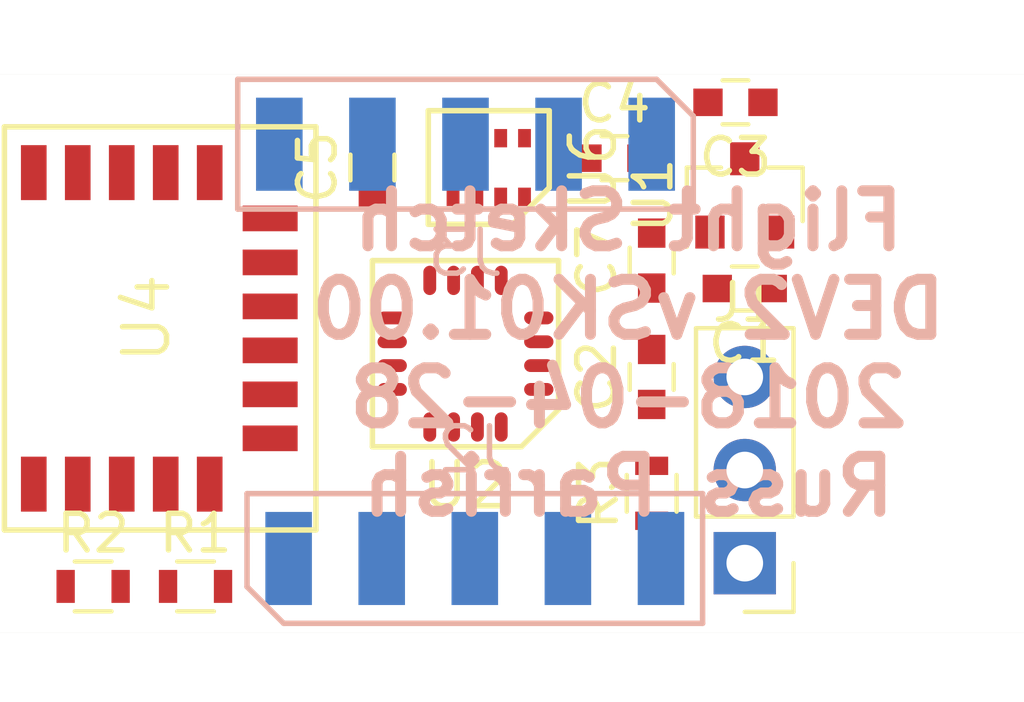
<source format=kicad_pcb>
(kicad_pcb (version 4) (host pcbnew 4.0.7)

  (general
    (links 42)
    (no_connects 42)
    (area 63.498729 48.258729 91.441271 63.501271)
    (thickness 1.6)
    (drawings 5)
    (tracks 0)
    (zones 0)
    (modules 16)
    (nets 17)
  )

  (page A4)
  (layers
    (0 F.Cu signal)
    (31 B.Cu signal)
    (32 B.Adhes user)
    (33 F.Adhes user)
    (34 B.Paste user)
    (35 F.Paste user)
    (36 B.SilkS user)
    (37 F.SilkS user)
    (38 B.Mask user)
    (39 F.Mask user)
    (40 Dwgs.User user)
    (41 Cmts.User user)
    (42 Eco1.User user)
    (43 Eco2.User user)
    (44 Edge.Cuts user)
    (45 Margin user)
    (46 B.CrtYd user)
    (47 F.CrtYd user)
    (48 B.Fab user)
    (49 F.Fab user)
  )

  (setup
    (last_trace_width 0.25)
    (user_trace_width 0.762)
    (user_trace_width 1.27)
    (trace_clearance 0.2)
    (zone_clearance 0.508)
    (zone_45_only yes)
    (trace_min 0.2)
    (segment_width 0.2)
    (edge_width 0.15)
    (via_size 0.6)
    (via_drill 0.4)
    (via_min_size 0.4)
    (via_min_drill 0.3)
    (uvia_size 0.3)
    (uvia_drill 0.1)
    (uvias_allowed no)
    (uvia_min_size 0.2)
    (uvia_min_drill 0.1)
    (pcb_text_width 0.3)
    (pcb_text_size 1.5 1.5)
    (mod_edge_width 0.15)
    (mod_text_size 1 1)
    (mod_text_width 0.15)
    (pad_size 5 5)
    (pad_drill 2.5)
    (pad_to_mask_clearance 0.2)
    (aux_axis_origin 0 0)
    (visible_elements 7FFEFFFF)
    (pcbplotparams
      (layerselection 0x00030_80000001)
      (usegerberextensions false)
      (excludeedgelayer true)
      (linewidth 0.100000)
      (plotframeref false)
      (viasonmask false)
      (mode 1)
      (useauxorigin false)
      (hpglpennumber 1)
      (hpglpenspeed 20)
      (hpglpendiameter 15)
      (hpglpenoverlay 2)
      (psnegative false)
      (psa4output false)
      (plotreference true)
      (plotvalue true)
      (plotinvisibletext false)
      (padsonsilk false)
      (subtractmaskfromsilk false)
      (outputformat 1)
      (mirror false)
      (drillshape 1)
      (scaleselection 1)
      (outputdirectory ""))
  )

  (net 0 "")
  (net 1 VSS)
  (net 2 +3V3)
  (net 3 "Net-(R1-Pad1)")
  (net 4 SCK)
  (net 5 SDO)
  (net 6 SDI)
  (net 7 U1TX)
  (net 8 U1RX)
  (net 9 MCLR)
  (net 10 PGD)
  (net 11 PGC)
  (net 12 VIN)
  (net 13 DEBUG)
  (net 14 "Net-(J3-Pad1)")
  (net 15 "Net-(J3-Pad3)")
  (net 16 "Net-(U2-Pad12)")

  (net_class Default "This is the default net class."
    (clearance 0.2)
    (trace_width 0.25)
    (via_dia 0.6)
    (via_drill 0.4)
    (uvia_dia 0.3)
    (uvia_drill 0.1)
    (add_net +3V3)
    (add_net DEBUG)
    (add_net MCLR)
    (add_net "Net-(J3-Pad1)")
    (add_net "Net-(J3-Pad3)")
    (add_net "Net-(R1-Pad1)")
    (add_net "Net-(U2-Pad12)")
    (add_net PGC)
    (add_net PGD)
    (add_net SCK)
    (add_net SDI)
    (add_net SDO)
    (add_net U1RX)
    (add_net U1TX)
    (add_net VIN)
    (add_net VSS)
  )

  (net_class Power ""
    (clearance 0.2)
    (trace_width 1.27)
    (via_dia 0.6)
    (via_drill 0.4)
    (uvia_dia 0.3)
    (uvia_drill 0.1)
  )

  (module Pin_Headers:Pin_Header_Straight_1x03_Pitch2.54mm (layer F.Cu) (tedit 5AC28FE9) (tstamp 5AC25774)
    (at 83.82 61.595 180)
    (descr "Through hole straight pin header, 1x03, 2.54mm pitch, single row")
    (tags "Through hole pin header THT 1x03 2.54mm single row")
    (path /5AC24686)
    (fp_text reference J1 (at 0 7.112 180) (layer F.SilkS)
      (effects (font (size 1 1) (thickness 0.15)))
    )
    (fp_text value Conn_01x03_Male (at 0 7.41 180) (layer F.Fab)
      (effects (font (size 1 1) (thickness 0.15)))
    )
    (fp_line (start -0.635 -1.27) (end 1.27 -1.27) (layer F.Fab) (width 0.1))
    (fp_line (start 1.27 -1.27) (end 1.27 6.35) (layer F.Fab) (width 0.1))
    (fp_line (start 1.27 6.35) (end -1.27 6.35) (layer F.Fab) (width 0.1))
    (fp_line (start -1.27 6.35) (end -1.27 -0.635) (layer F.Fab) (width 0.1))
    (fp_line (start -1.27 -0.635) (end -0.635 -1.27) (layer F.Fab) (width 0.1))
    (fp_line (start -1.33 6.41) (end 1.33 6.41) (layer F.SilkS) (width 0.12))
    (fp_line (start -1.33 1.27) (end -1.33 6.41) (layer F.SilkS) (width 0.12))
    (fp_line (start 1.33 1.27) (end 1.33 6.41) (layer F.SilkS) (width 0.12))
    (fp_line (start -1.33 1.27) (end 1.33 1.27) (layer F.SilkS) (width 0.12))
    (fp_line (start -1.33 0) (end -1.33 -1.33) (layer F.SilkS) (width 0.12))
    (fp_line (start -1.33 -1.33) (end 0 -1.33) (layer F.SilkS) (width 0.12))
    (fp_line (start -1.8 -1.8) (end -1.8 6.85) (layer F.CrtYd) (width 0.05))
    (fp_line (start -1.8 6.85) (end 1.8 6.85) (layer F.CrtYd) (width 0.05))
    (fp_line (start 1.8 6.85) (end 1.8 -1.8) (layer F.CrtYd) (width 0.05))
    (fp_line (start 1.8 -1.8) (end -1.8 -1.8) (layer F.CrtYd) (width 0.05))
    (fp_text user %R (at 0 2.54 270) (layer F.Fab)
      (effects (font (size 1 1) (thickness 0.15)))
    )
    (pad 1 thru_hole rect (at 0 0 180) (size 1.7 1.7) (drill 1) (layers *.Cu *.Mask)
      (net 13 DEBUG))
    (pad 2 thru_hole oval (at 0 2.54 180) (size 1.7 1.7) (drill 1) (layers *.Cu *.Mask)
      (net 12 VIN))
    (pad 3 thru_hole oval (at 0 5.08 180) (size 1.7 1.7) (drill 1) (layers *.Cu *.Mask)
      (net 1 VSS))
    (model ${KISYS3DMOD}/Pin_Headers.3dshapes/Pin_Header_Straight_1x03_Pitch2.54mm.wrl
      (at (xyz 0 0 0))
      (scale (xyz 1 1 1))
      (rotate (xyz 0 0 0))
    )
  )

  (module lib:RN4871 (layer F.Cu) (tedit 5ABEF974) (tstamp 5AC257F0)
    (at 71.12 59.69 90)
    (path /5ABEF9B1)
    (fp_text reference U4 (at 4.775 -3.625 90) (layer F.SilkS)
      (effects (font (size 1.2 1.2) (thickness 0.15)))
    )
    (fp_text value RN4871 (at 4.57562 3.47414 90) (layer F.Fab)
      (effects (font (size 1.2 1.2) (thickness 0.15)))
    )
    (fp_line (start -1.00012 0.99926) (end -1.00012 -7.50074) (layer F.SilkS) (width 0.15))
    (fp_line (start -1.00012 -7.50074) (end 9.99988 -7.50074) (layer F.SilkS) (width 0.15))
    (fp_line (start 9.99988 -7.50074) (end 9.99988 0.99926) (layer F.SilkS) (width 0.15))
    (fp_line (start 9.99988 0.99926) (end -1.00012 0.99926) (layer F.SilkS) (width 0.15))
    (pad 11 smd rect (at 7.5 -0.25 90) (size 0.7 1.5) (layers F.Cu F.Paste F.Mask))
    (pad 10 smd rect (at 6.3 -0.25 90) (size 0.7 1.5) (layers F.Cu F.Paste F.Mask)
      (net 15 "Net-(J3-Pad3)"))
    (pad 9 smd rect (at 5.1 -0.25 90) (size 0.7 1.5) (layers F.Cu F.Paste F.Mask))
    (pad 8 smd rect (at 3.9 -0.25 90) (size 0.7 1.5) (layers F.Cu F.Paste F.Mask)
      (net 8 U1RX))
    (pad 7 smd rect (at 2.7 -0.25 90) (size 0.7 1.5) (layers F.Cu F.Paste F.Mask)
      (net 7 U1TX))
    (pad 6 smd rect (at 1.5 -0.25 90) (size 0.7 1.5) (layers F.Cu F.Paste F.Mask))
    (pad 16 smd rect (at 8.75 -6.7) (size 0.7 1.5) (layers F.Cu F.Paste F.Mask)
      (net 14 "Net-(J3-Pad1)"))
    (pad 1 smd rect (at 0.25 -6.7) (size 0.7 1.5) (layers F.Cu F.Paste F.Mask))
    (pad 15 smd rect (at 8.75 -5.5) (size 0.7 1.5) (layers F.Cu F.Paste F.Mask))
    (pad 2 smd rect (at 0.25 -5.5) (size 0.7 1.5) (layers F.Cu F.Paste F.Mask)
      (net 1 VSS))
    (pad 14 smd rect (at 8.75 -4.3) (size 0.7 1.5) (layers F.Cu F.Paste F.Mask)
      (net 2 +3V3))
    (pad 3 smd rect (at 0.25 -4.3) (size 0.7 1.5) (layers F.Cu F.Paste F.Mask))
    (pad 13 smd rect (at 8.75 -3.1) (size 0.7 1.5) (layers F.Cu F.Paste F.Mask)
      (net 1 VSS))
    (pad 4 smd rect (at 0.25 -3.1) (size 0.7 1.5) (layers F.Cu F.Paste F.Mask))
    (pad 12 smd rect (at 8.75 -1.9) (size 0.7 1.5) (layers F.Cu F.Paste F.Mask))
    (pad 5 smd rect (at 0.25 -1.9) (size 0.7 1.5) (layers F.Cu F.Paste F.Mask))
  )

  (module lib:BMP280-2 (layer F.Cu) (tedit 5ADFF28A) (tstamp 5ADFF5D2)
    (at 76.835 50.8 180)
    (path /5AC10D8D)
    (fp_text reference U6 (at -2.85 0 270) (layer F.SilkS)
      (effects (font (size 1.2 1.2) (thickness 0.15)))
    )
    (fp_text value BMP280 (at 0 0 180) (layer F.Fab)
      (effects (font (size 1.2 1.2) (thickness 0.15)))
    )
    (fp_line (start -0.65 -1.55) (end -1.65 -0.55) (layer F.SilkS) (width 0.15))
    (fp_line (start -1.65 -0.55) (end -1.65 1.55) (layer F.SilkS) (width 0.15))
    (fp_line (start -1.65 1.55) (end 1.65 1.55) (layer F.SilkS) (width 0.15))
    (fp_line (start 1.65 1.55) (end 1.65 -1.55) (layer F.SilkS) (width 0.15))
    (fp_line (start 1.65 -1.55) (end -0.65 -1.55) (layer F.SilkS) (width 0.15))
    (pad 1 smd rect (at -0.975 -0.8 180) (size 0.35 0.5) (layers F.Cu F.Paste F.Mask)
      (net 1 VSS))
    (pad 8 smd rect (at -0.975 0.8 180) (size 0.35 0.5) (layers F.Cu F.Paste F.Mask)
      (net 2 +3V3))
    (pad 2 smd rect (at -0.325 -0.8 180) (size 0.35 0.5) (layers F.Cu F.Paste F.Mask)
      (net 16 "Net-(U2-Pad12)"))
    (pad 7 smd rect (at -0.325 0.8 180) (size 0.35 0.5) (layers F.Cu F.Paste F.Mask)
      (net 1 VSS))
    (pad 3 smd rect (at 0.325 -0.8 180) (size 0.35 0.5) (layers F.Cu F.Paste F.Mask)
      (net 5 SDO))
    (pad 6 smd rect (at 0.325 0.8 180) (size 0.35 0.5) (layers F.Cu F.Paste F.Mask)
      (net 2 +3V3))
    (pad 4 smd rect (at 0.975 -0.8 180) (size 0.35 0.5) (layers F.Cu F.Paste F.Mask)
      (net 4 SCK))
    (pad 5 smd rect (at 0.975 0.8 180) (size 0.35 0.5) (layers F.Cu F.Paste F.Mask)
      (net 6 SDI))
  )

  (module TO_SOT_Packages_SMD:SOT-23 (layer F.Cu) (tedit 58CE4E7E) (tstamp 5AE28E75)
    (at 83.82 51.562 90)
    (descr "SOT-23, Standard")
    (tags SOT-23)
    (path /5AC196C8)
    (attr smd)
    (fp_text reference U1 (at 0 -2.5 90) (layer F.SilkS)
      (effects (font (size 1 1) (thickness 0.15)))
    )
    (fp_text value TLV760 (at 0 2.5 90) (layer F.Fab)
      (effects (font (size 1 1) (thickness 0.15)))
    )
    (fp_text user %R (at 0 0 180) (layer F.Fab)
      (effects (font (size 0.5 0.5) (thickness 0.075)))
    )
    (fp_line (start -0.7 -0.95) (end -0.7 1.5) (layer F.Fab) (width 0.1))
    (fp_line (start -0.15 -1.52) (end 0.7 -1.52) (layer F.Fab) (width 0.1))
    (fp_line (start -0.7 -0.95) (end -0.15 -1.52) (layer F.Fab) (width 0.1))
    (fp_line (start 0.7 -1.52) (end 0.7 1.52) (layer F.Fab) (width 0.1))
    (fp_line (start -0.7 1.52) (end 0.7 1.52) (layer F.Fab) (width 0.1))
    (fp_line (start 0.76 1.58) (end 0.76 0.65) (layer F.SilkS) (width 0.12))
    (fp_line (start 0.76 -1.58) (end 0.76 -0.65) (layer F.SilkS) (width 0.12))
    (fp_line (start -1.7 -1.75) (end 1.7 -1.75) (layer F.CrtYd) (width 0.05))
    (fp_line (start 1.7 -1.75) (end 1.7 1.75) (layer F.CrtYd) (width 0.05))
    (fp_line (start 1.7 1.75) (end -1.7 1.75) (layer F.CrtYd) (width 0.05))
    (fp_line (start -1.7 1.75) (end -1.7 -1.75) (layer F.CrtYd) (width 0.05))
    (fp_line (start 0.76 -1.58) (end -1.4 -1.58) (layer F.SilkS) (width 0.12))
    (fp_line (start 0.76 1.58) (end -0.7 1.58) (layer F.SilkS) (width 0.12))
    (pad 1 smd rect (at -1 -0.95 90) (size 0.9 0.8) (layers F.Cu F.Paste F.Mask)
      (net 2 +3V3))
    (pad 2 smd rect (at -1 0.95 90) (size 0.9 0.8) (layers F.Cu F.Paste F.Mask)
      (net 12 VIN))
    (pad 3 smd rect (at 1 0 90) (size 0.9 0.8) (layers F.Cu F.Paste F.Mask)
      (net 1 VSS))
    (model ${KISYS3DMOD}/TO_SOT_Packages_SMD.3dshapes/SOT-23.wrl
      (at (xyz 0 0 0))
      (scale (xyz 1 1 1))
      (rotate (xyz 0 0 0))
    )
  )

  (module Capacitors_SMD:C_0603 (layer F.Cu) (tedit 59958EE7) (tstamp 5B2C64BC)
    (at 83.82 54.102 180)
    (descr "Capacitor SMD 0603, reflow soldering, AVX (see smccp.pdf)")
    (tags "capacitor 0603")
    (path /5AC2641C)
    (attr smd)
    (fp_text reference C1 (at 0 -1.5 180) (layer F.SilkS)
      (effects (font (size 1 1) (thickness 0.15)))
    )
    (fp_text value 10u (at 0 1.5 180) (layer F.Fab)
      (effects (font (size 1 1) (thickness 0.15)))
    )
    (fp_line (start 1.4 0.65) (end -1.4 0.65) (layer F.CrtYd) (width 0.05))
    (fp_line (start 1.4 0.65) (end 1.4 -0.65) (layer F.CrtYd) (width 0.05))
    (fp_line (start -1.4 -0.65) (end -1.4 0.65) (layer F.CrtYd) (width 0.05))
    (fp_line (start -1.4 -0.65) (end 1.4 -0.65) (layer F.CrtYd) (width 0.05))
    (fp_line (start 0.35 0.6) (end -0.35 0.6) (layer F.SilkS) (width 0.12))
    (fp_line (start -0.35 -0.6) (end 0.35 -0.6) (layer F.SilkS) (width 0.12))
    (fp_line (start -0.8 -0.4) (end 0.8 -0.4) (layer F.Fab) (width 0.1))
    (fp_line (start 0.8 -0.4) (end 0.8 0.4) (layer F.Fab) (width 0.1))
    (fp_line (start 0.8 0.4) (end -0.8 0.4) (layer F.Fab) (width 0.1))
    (fp_line (start -0.8 0.4) (end -0.8 -0.4) (layer F.Fab) (width 0.1))
    (fp_text user %R (at 0 0 180) (layer F.Fab)
      (effects (font (size 0.3 0.3) (thickness 0.075)))
    )
    (pad 2 smd rect (at 0.75 0 180) (size 0.8 0.75) (layers F.Cu F.Paste F.Mask)
      (net 1 VSS))
    (pad 1 smd rect (at -0.75 0 180) (size 0.8 0.75) (layers F.Cu F.Paste F.Mask)
      (net 12 VIN))
    (model Capacitors_SMD.3dshapes/C_0603.wrl
      (at (xyz 0 0 0))
      (scale (xyz 1 1 1))
      (rotate (xyz 0 0 0))
    )
  )

  (module Capacitors_SMD:C_0603 (layer F.Cu) (tedit 59958EE7) (tstamp 5B2C64C1)
    (at 81.28 56.515 90)
    (descr "Capacitor SMD 0603, reflow soldering, AVX (see smccp.pdf)")
    (tags "capacitor 0603")
    (path /5AB5AF35)
    (attr smd)
    (fp_text reference C2 (at 0 -1.5 90) (layer F.SilkS)
      (effects (font (size 1 1) (thickness 0.15)))
    )
    (fp_text value 0.1u (at 0 1.5 90) (layer F.Fab)
      (effects (font (size 1 1) (thickness 0.15)))
    )
    (fp_line (start 1.4 0.65) (end -1.4 0.65) (layer F.CrtYd) (width 0.05))
    (fp_line (start 1.4 0.65) (end 1.4 -0.65) (layer F.CrtYd) (width 0.05))
    (fp_line (start -1.4 -0.65) (end -1.4 0.65) (layer F.CrtYd) (width 0.05))
    (fp_line (start -1.4 -0.65) (end 1.4 -0.65) (layer F.CrtYd) (width 0.05))
    (fp_line (start 0.35 0.6) (end -0.35 0.6) (layer F.SilkS) (width 0.12))
    (fp_line (start -0.35 -0.6) (end 0.35 -0.6) (layer F.SilkS) (width 0.12))
    (fp_line (start -0.8 -0.4) (end 0.8 -0.4) (layer F.Fab) (width 0.1))
    (fp_line (start 0.8 -0.4) (end 0.8 0.4) (layer F.Fab) (width 0.1))
    (fp_line (start 0.8 0.4) (end -0.8 0.4) (layer F.Fab) (width 0.1))
    (fp_line (start -0.8 0.4) (end -0.8 -0.4) (layer F.Fab) (width 0.1))
    (fp_text user %R (at 0 0 90) (layer F.Fab)
      (effects (font (size 0.3 0.3) (thickness 0.075)))
    )
    (pad 2 smd rect (at 0.75 0 90) (size 0.8 0.75) (layers F.Cu F.Paste F.Mask)
      (net 1 VSS))
    (pad 1 smd rect (at -0.75 0 90) (size 0.8 0.75) (layers F.Cu F.Paste F.Mask)
      (net 2 +3V3))
    (model Capacitors_SMD.3dshapes/C_0603.wrl
      (at (xyz 0 0 0))
      (scale (xyz 1 1 1))
      (rotate (xyz 0 0 0))
    )
  )

  (module Capacitors_SMD:C_0603 (layer F.Cu) (tedit 59958EE7) (tstamp 5B2C64C6)
    (at 83.566 49.022 180)
    (descr "Capacitor SMD 0603, reflow soldering, AVX (see smccp.pdf)")
    (tags "capacitor 0603")
    (path /5AC26B61)
    (attr smd)
    (fp_text reference C3 (at 0 -1.5 180) (layer F.SilkS)
      (effects (font (size 1 1) (thickness 0.15)))
    )
    (fp_text value 10u (at 0 1.5 180) (layer F.Fab)
      (effects (font (size 1 1) (thickness 0.15)))
    )
    (fp_line (start 1.4 0.65) (end -1.4 0.65) (layer F.CrtYd) (width 0.05))
    (fp_line (start 1.4 0.65) (end 1.4 -0.65) (layer F.CrtYd) (width 0.05))
    (fp_line (start -1.4 -0.65) (end -1.4 0.65) (layer F.CrtYd) (width 0.05))
    (fp_line (start -1.4 -0.65) (end 1.4 -0.65) (layer F.CrtYd) (width 0.05))
    (fp_line (start 0.35 0.6) (end -0.35 0.6) (layer F.SilkS) (width 0.12))
    (fp_line (start -0.35 -0.6) (end 0.35 -0.6) (layer F.SilkS) (width 0.12))
    (fp_line (start -0.8 -0.4) (end 0.8 -0.4) (layer F.Fab) (width 0.1))
    (fp_line (start 0.8 -0.4) (end 0.8 0.4) (layer F.Fab) (width 0.1))
    (fp_line (start 0.8 0.4) (end -0.8 0.4) (layer F.Fab) (width 0.1))
    (fp_line (start -0.8 0.4) (end -0.8 -0.4) (layer F.Fab) (width 0.1))
    (fp_text user %R (at 0 0 180) (layer F.Fab)
      (effects (font (size 0.3 0.3) (thickness 0.075)))
    )
    (pad 2 smd rect (at 0.75 0 180) (size 0.8 0.75) (layers F.Cu F.Paste F.Mask)
      (net 1 VSS))
    (pad 1 smd rect (at -0.75 0 180) (size 0.8 0.75) (layers F.Cu F.Paste F.Mask)
      (net 2 +3V3))
    (model Capacitors_SMD.3dshapes/C_0603.wrl
      (at (xyz 0 0 0))
      (scale (xyz 1 1 1))
      (rotate (xyz 0 0 0))
    )
  )

  (module Capacitors_SMD:C_0603 (layer F.Cu) (tedit 59958EE7) (tstamp 5B2C64CB)
    (at 80.264 50.546)
    (descr "Capacitor SMD 0603, reflow soldering, AVX (see smccp.pdf)")
    (tags "capacitor 0603")
    (path /5ABFD9BB)
    (attr smd)
    (fp_text reference C4 (at 0 -1.5) (layer F.SilkS)
      (effects (font (size 1 1) (thickness 0.15)))
    )
    (fp_text value 10u (at 0 1.5) (layer F.Fab)
      (effects (font (size 1 1) (thickness 0.15)))
    )
    (fp_line (start 1.4 0.65) (end -1.4 0.65) (layer F.CrtYd) (width 0.05))
    (fp_line (start 1.4 0.65) (end 1.4 -0.65) (layer F.CrtYd) (width 0.05))
    (fp_line (start -1.4 -0.65) (end -1.4 0.65) (layer F.CrtYd) (width 0.05))
    (fp_line (start -1.4 -0.65) (end 1.4 -0.65) (layer F.CrtYd) (width 0.05))
    (fp_line (start 0.35 0.6) (end -0.35 0.6) (layer F.SilkS) (width 0.12))
    (fp_line (start -0.35 -0.6) (end 0.35 -0.6) (layer F.SilkS) (width 0.12))
    (fp_line (start -0.8 -0.4) (end 0.8 -0.4) (layer F.Fab) (width 0.1))
    (fp_line (start 0.8 -0.4) (end 0.8 0.4) (layer F.Fab) (width 0.1))
    (fp_line (start 0.8 0.4) (end -0.8 0.4) (layer F.Fab) (width 0.1))
    (fp_line (start -0.8 0.4) (end -0.8 -0.4) (layer F.Fab) (width 0.1))
    (fp_text user %R (at 0 0) (layer F.Fab)
      (effects (font (size 0.3 0.3) (thickness 0.075)))
    )
    (pad 2 smd rect (at 0.75 0) (size 0.8 0.75) (layers F.Cu F.Paste F.Mask)
      (net 1 VSS))
    (pad 1 smd rect (at -0.75 0) (size 0.8 0.75) (layers F.Cu F.Paste F.Mask))
    (model Capacitors_SMD.3dshapes/C_0603.wrl
      (at (xyz 0 0 0))
      (scale (xyz 1 1 1))
      (rotate (xyz 0 0 0))
    )
  )

  (module Capacitors_SMD:C_0603 (layer F.Cu) (tedit 59958EE7) (tstamp 5B2C64D0)
    (at 73.66 50.8 90)
    (descr "Capacitor SMD 0603, reflow soldering, AVX (see smccp.pdf)")
    (tags "capacitor 0603")
    (path /5AB5B6B1)
    (attr smd)
    (fp_text reference C5 (at 0 -1.5 90) (layer F.SilkS)
      (effects (font (size 1 1) (thickness 0.15)))
    )
    (fp_text value 0.1u (at 0 1.5 90) (layer F.Fab)
      (effects (font (size 1 1) (thickness 0.15)))
    )
    (fp_line (start 1.4 0.65) (end -1.4 0.65) (layer F.CrtYd) (width 0.05))
    (fp_line (start 1.4 0.65) (end 1.4 -0.65) (layer F.CrtYd) (width 0.05))
    (fp_line (start -1.4 -0.65) (end -1.4 0.65) (layer F.CrtYd) (width 0.05))
    (fp_line (start -1.4 -0.65) (end 1.4 -0.65) (layer F.CrtYd) (width 0.05))
    (fp_line (start 0.35 0.6) (end -0.35 0.6) (layer F.SilkS) (width 0.12))
    (fp_line (start -0.35 -0.6) (end 0.35 -0.6) (layer F.SilkS) (width 0.12))
    (fp_line (start -0.8 -0.4) (end 0.8 -0.4) (layer F.Fab) (width 0.1))
    (fp_line (start 0.8 -0.4) (end 0.8 0.4) (layer F.Fab) (width 0.1))
    (fp_line (start 0.8 0.4) (end -0.8 0.4) (layer F.Fab) (width 0.1))
    (fp_line (start -0.8 0.4) (end -0.8 -0.4) (layer F.Fab) (width 0.1))
    (fp_text user %R (at 0 0 90) (layer F.Fab)
      (effects (font (size 0.3 0.3) (thickness 0.075)))
    )
    (pad 2 smd rect (at 0.75 0 90) (size 0.8 0.75) (layers F.Cu F.Paste F.Mask)
      (net 1 VSS))
    (pad 1 smd rect (at -0.75 0 90) (size 0.8 0.75) (layers F.Cu F.Paste F.Mask)
      (net 2 +3V3))
    (model Capacitors_SMD.3dshapes/C_0603.wrl
      (at (xyz 0 0 0))
      (scale (xyz 1 1 1))
      (rotate (xyz 0 0 0))
    )
  )

  (module Capacitors_SMD:C_0603 (layer F.Cu) (tedit 59958EE7) (tstamp 5B2C64D5)
    (at 81.28 53.34 90)
    (descr "Capacitor SMD 0603, reflow soldering, AVX (see smccp.pdf)")
    (tags "capacitor 0603")
    (path /5AC271F0)
    (attr smd)
    (fp_text reference C7 (at 0 -1.5 90) (layer F.SilkS)
      (effects (font (size 1 1) (thickness 0.15)))
    )
    (fp_text value .1u (at 0 1.5 90) (layer F.Fab)
      (effects (font (size 1 1) (thickness 0.15)))
    )
    (fp_line (start 1.4 0.65) (end -1.4 0.65) (layer F.CrtYd) (width 0.05))
    (fp_line (start 1.4 0.65) (end 1.4 -0.65) (layer F.CrtYd) (width 0.05))
    (fp_line (start -1.4 -0.65) (end -1.4 0.65) (layer F.CrtYd) (width 0.05))
    (fp_line (start -1.4 -0.65) (end 1.4 -0.65) (layer F.CrtYd) (width 0.05))
    (fp_line (start 0.35 0.6) (end -0.35 0.6) (layer F.SilkS) (width 0.12))
    (fp_line (start -0.35 -0.6) (end 0.35 -0.6) (layer F.SilkS) (width 0.12))
    (fp_line (start -0.8 -0.4) (end 0.8 -0.4) (layer F.Fab) (width 0.1))
    (fp_line (start 0.8 -0.4) (end 0.8 0.4) (layer F.Fab) (width 0.1))
    (fp_line (start 0.8 0.4) (end -0.8 0.4) (layer F.Fab) (width 0.1))
    (fp_line (start -0.8 0.4) (end -0.8 -0.4) (layer F.Fab) (width 0.1))
    (fp_text user %R (at 0 0 90) (layer F.Fab)
      (effects (font (size 0.3 0.3) (thickness 0.075)))
    )
    (pad 2 smd rect (at 0.75 0 90) (size 0.8 0.75) (layers F.Cu F.Paste F.Mask)
      (net 1 VSS))
    (pad 1 smd rect (at -0.75 0 90) (size 0.8 0.75) (layers F.Cu F.Paste F.Mask)
      (net 2 +3V3))
    (model Capacitors_SMD.3dshapes/C_0603.wrl
      (at (xyz 0 0 0))
      (scale (xyz 1 1 1))
      (rotate (xyz 0 0 0))
    )
  )

  (module lib:pin5 (layer B.Cu) (tedit 5B2C63C2) (tstamp 5B2C64DA)
    (at 76.454 61.468)
    (path /5AC121B0)
    (fp_text reference J2 (at 0 -2.97) (layer B.SilkS)
      (effects (font (size 1.2 1.2) (thickness 0.15)) (justify mirror))
    )
    (fp_text value Conn_01x05_Male (at 0 2.97) (layer B.Fab)
      (effects (font (size 1.2 1.2) (thickness 0.15)) (justify mirror))
    )
    (fp_line (start -5.215 1.77) (end -6.215 0.77) (layer B.SilkS) (width 0.15))
    (fp_line (start -6.215 0.77) (end -6.215 -1.77) (layer B.SilkS) (width 0.15))
    (fp_line (start -6.215 -1.77) (end 6.215 -1.77) (layer B.SilkS) (width 0.15))
    (fp_line (start 6.215 -1.77) (end 6.215 1.77) (layer B.SilkS) (width 0.15))
    (fp_line (start 6.215 1.77) (end -5.215 1.77) (layer B.SilkS) (width 0.15))
    (pad 1 smd rect (at -5.08 0) (size 1.27 2.54) (layers B.Cu B.Paste B.Mask)
      (net 9 MCLR))
    (pad 2 smd rect (at -2.54 0) (size 1.27 2.54) (layers B.Cu B.Paste B.Mask)
      (net 2 +3V3))
    (pad 3 smd rect (at 0 0) (size 1.27 2.54) (layers B.Cu B.Paste B.Mask)
      (net 1 VSS))
    (pad 4 smd rect (at 2.54 0) (size 1.27 2.54) (layers B.Cu B.Paste B.Mask)
      (net 10 PGD))
    (pad 5 smd rect (at 5.08 0) (size 1.27 2.54) (layers B.Cu B.Paste B.Mask)
      (net 11 PGC))
  )

  (module lib:pin5 (layer B.Cu) (tedit 5B2C63C2) (tstamp 5B2C64E7)
    (at 76.2 50.165 180)
    (path /5AC1B17B)
    (fp_text reference J3 (at 0 -2.97 180) (layer B.SilkS)
      (effects (font (size 1.2 1.2) (thickness 0.15)) (justify mirror))
    )
    (fp_text value Conn_01x05_Male (at 0 2.97 180) (layer B.Fab)
      (effects (font (size 1.2 1.2) (thickness 0.15)) (justify mirror))
    )
    (fp_line (start -5.215 1.77) (end -6.215 0.77) (layer B.SilkS) (width 0.15))
    (fp_line (start -6.215 0.77) (end -6.215 -1.77) (layer B.SilkS) (width 0.15))
    (fp_line (start -6.215 -1.77) (end 6.215 -1.77) (layer B.SilkS) (width 0.15))
    (fp_line (start 6.215 -1.77) (end 6.215 1.77) (layer B.SilkS) (width 0.15))
    (fp_line (start 6.215 1.77) (end -5.215 1.77) (layer B.SilkS) (width 0.15))
    (pad 1 smd rect (at -5.08 0 180) (size 1.27 2.54) (layers B.Cu B.Paste B.Mask)
      (net 14 "Net-(J3-Pad1)"))
    (pad 2 smd rect (at -2.54 0 180) (size 1.27 2.54) (layers B.Cu B.Paste B.Mask)
      (net 1 VSS))
    (pad 3 smd rect (at 0 0 180) (size 1.27 2.54) (layers B.Cu B.Paste B.Mask)
      (net 15 "Net-(J3-Pad3)"))
    (pad 4 smd rect (at 2.54 0 180) (size 1.27 2.54) (layers B.Cu B.Paste B.Mask)
      (net 8 U1RX))
    (pad 5 smd rect (at 5.08 0 180) (size 1.27 2.54) (layers B.Cu B.Paste B.Mask)
      (net 7 U1TX))
  )

  (module Resistors_SMD:R_0603 (layer F.Cu) (tedit 58E0A804) (tstamp 5B2C64F4)
    (at 68.834 62.23)
    (descr "Resistor SMD 0603, reflow soldering, Vishay (see dcrcw.pdf)")
    (tags "resistor 0603")
    (path /5AC1A296)
    (attr smd)
    (fp_text reference R1 (at 0 -1.45) (layer F.SilkS)
      (effects (font (size 1 1) (thickness 0.15)))
    )
    (fp_text value 200k (at 0 1.5) (layer F.Fab)
      (effects (font (size 1 1) (thickness 0.15)))
    )
    (fp_text user %R (at 0 0) (layer F.Fab)
      (effects (font (size 0.4 0.4) (thickness 0.075)))
    )
    (fp_line (start -0.8 0.4) (end -0.8 -0.4) (layer F.Fab) (width 0.1))
    (fp_line (start 0.8 0.4) (end -0.8 0.4) (layer F.Fab) (width 0.1))
    (fp_line (start 0.8 -0.4) (end 0.8 0.4) (layer F.Fab) (width 0.1))
    (fp_line (start -0.8 -0.4) (end 0.8 -0.4) (layer F.Fab) (width 0.1))
    (fp_line (start 0.5 0.68) (end -0.5 0.68) (layer F.SilkS) (width 0.12))
    (fp_line (start -0.5 -0.68) (end 0.5 -0.68) (layer F.SilkS) (width 0.12))
    (fp_line (start -1.25 -0.7) (end 1.25 -0.7) (layer F.CrtYd) (width 0.05))
    (fp_line (start -1.25 -0.7) (end -1.25 0.7) (layer F.CrtYd) (width 0.05))
    (fp_line (start 1.25 0.7) (end 1.25 -0.7) (layer F.CrtYd) (width 0.05))
    (fp_line (start 1.25 0.7) (end -1.25 0.7) (layer F.CrtYd) (width 0.05))
    (pad 1 smd rect (at -0.75 0) (size 0.5 0.9) (layers F.Cu F.Paste F.Mask)
      (net 3 "Net-(R1-Pad1)"))
    (pad 2 smd rect (at 0.75 0) (size 0.5 0.9) (layers F.Cu F.Paste F.Mask)
      (net 12 VIN))
    (model ${KISYS3DMOD}/Resistors_SMD.3dshapes/R_0603.wrl
      (at (xyz 0 0 0))
      (scale (xyz 1 1 1))
      (rotate (xyz 0 0 0))
    )
  )

  (module Resistors_SMD:R_0603 (layer F.Cu) (tedit 58E0A804) (tstamp 5B2C64F9)
    (at 66.04 62.23)
    (descr "Resistor SMD 0603, reflow soldering, Vishay (see dcrcw.pdf)")
    (tags "resistor 0603")
    (path /5AC1A258)
    (attr smd)
    (fp_text reference R2 (at 0 -1.45) (layer F.SilkS)
      (effects (font (size 1 1) (thickness 0.15)))
    )
    (fp_text value 100k (at 0 1.5) (layer F.Fab)
      (effects (font (size 1 1) (thickness 0.15)))
    )
    (fp_text user %R (at 0 0) (layer F.Fab)
      (effects (font (size 0.4 0.4) (thickness 0.075)))
    )
    (fp_line (start -0.8 0.4) (end -0.8 -0.4) (layer F.Fab) (width 0.1))
    (fp_line (start 0.8 0.4) (end -0.8 0.4) (layer F.Fab) (width 0.1))
    (fp_line (start 0.8 -0.4) (end 0.8 0.4) (layer F.Fab) (width 0.1))
    (fp_line (start -0.8 -0.4) (end 0.8 -0.4) (layer F.Fab) (width 0.1))
    (fp_line (start 0.5 0.68) (end -0.5 0.68) (layer F.SilkS) (width 0.12))
    (fp_line (start -0.5 -0.68) (end 0.5 -0.68) (layer F.SilkS) (width 0.12))
    (fp_line (start -1.25 -0.7) (end 1.25 -0.7) (layer F.CrtYd) (width 0.05))
    (fp_line (start -1.25 -0.7) (end -1.25 0.7) (layer F.CrtYd) (width 0.05))
    (fp_line (start 1.25 0.7) (end 1.25 -0.7) (layer F.CrtYd) (width 0.05))
    (fp_line (start 1.25 0.7) (end -1.25 0.7) (layer F.CrtYd) (width 0.05))
    (pad 1 smd rect (at -0.75 0) (size 0.5 0.9) (layers F.Cu F.Paste F.Mask)
      (net 1 VSS))
    (pad 2 smd rect (at 0.75 0) (size 0.5 0.9) (layers F.Cu F.Paste F.Mask)
      (net 3 "Net-(R1-Pad1)"))
    (model ${KISYS3DMOD}/Resistors_SMD.3dshapes/R_0603.wrl
      (at (xyz 0 0 0))
      (scale (xyz 1 1 1))
      (rotate (xyz 0 0 0))
    )
  )

  (module Resistors_SMD:R_0603 (layer F.Cu) (tedit 58E0A804) (tstamp 5B2C64FE)
    (at 81.28 59.69 90)
    (descr "Resistor SMD 0603, reflow soldering, Vishay (see dcrcw.pdf)")
    (tags "resistor 0603")
    (path /5ABE91F3)
    (attr smd)
    (fp_text reference R3 (at 0 -1.45 90) (layer F.SilkS)
      (effects (font (size 1 1) (thickness 0.15)))
    )
    (fp_text value 10k (at 0 1.5 90) (layer F.Fab)
      (effects (font (size 1 1) (thickness 0.15)))
    )
    (fp_text user %R (at 0 0 90) (layer F.Fab)
      (effects (font (size 0.4 0.4) (thickness 0.075)))
    )
    (fp_line (start -0.8 0.4) (end -0.8 -0.4) (layer F.Fab) (width 0.1))
    (fp_line (start 0.8 0.4) (end -0.8 0.4) (layer F.Fab) (width 0.1))
    (fp_line (start 0.8 -0.4) (end 0.8 0.4) (layer F.Fab) (width 0.1))
    (fp_line (start -0.8 -0.4) (end 0.8 -0.4) (layer F.Fab) (width 0.1))
    (fp_line (start 0.5 0.68) (end -0.5 0.68) (layer F.SilkS) (width 0.12))
    (fp_line (start -0.5 -0.68) (end 0.5 -0.68) (layer F.SilkS) (width 0.12))
    (fp_line (start -1.25 -0.7) (end 1.25 -0.7) (layer F.CrtYd) (width 0.05))
    (fp_line (start -1.25 -0.7) (end -1.25 0.7) (layer F.CrtYd) (width 0.05))
    (fp_line (start 1.25 0.7) (end 1.25 -0.7) (layer F.CrtYd) (width 0.05))
    (fp_line (start 1.25 0.7) (end -1.25 0.7) (layer F.CrtYd) (width 0.05))
    (pad 1 smd rect (at -0.75 0 90) (size 0.5 0.9) (layers F.Cu F.Paste F.Mask)
      (net 9 MCLR))
    (pad 2 smd rect (at 0.75 0 90) (size 0.5 0.9) (layers F.Cu F.Paste F.Mask)
      (net 2 +3V3))
    (model ${KISYS3DMOD}/Resistors_SMD.3dshapes/R_0603.wrl
      (at (xyz 0 0 0))
      (scale (xyz 1 1 1))
      (rotate (xyz 0 0 0))
    )
  )

  (module lib:UQFN_16 (layer F.Cu) (tedit 5B345B6E) (tstamp 5B345ECE)
    (at 76.2 55.88 180)
    (path /5AAB3259)
    (fp_text reference U2 (at 0 -3.600046 180) (layer F.SilkS)
      (effects (font (size 1.2 1.2) (thickness 0.15)))
    )
    (fp_text value test (at 0 3.600046 180) (layer F.Fab)
      (effects (font (size 1.2 1.2) (thickness 0.15)))
    )
    (fp_line (start -2.54 -1.524) (end -1.524 -2.54) (layer F.SilkS) (width 0.15))
    (fp_line (start -1.524 -2.54) (end 2.54 -2.54) (layer F.SilkS) (width 0.15))
    (fp_line (start 2.54 -2.54) (end 2.54 2.54) (layer F.SilkS) (width 0.15))
    (fp_line (start 2.54 2.54) (end -2.54 2.54) (layer F.SilkS) (width 0.15))
    (fp_line (start -2.54 2.54) (end -2.54 -1.524) (layer F.SilkS) (width 0.15))
    (pad 1 smd oval (at -1.999996 -0.974979 270) (size 0.350012 0.8001) (layers F.Cu F.Paste F.Mask))
    (pad 2 smd oval (at -1.999996 -0.324993 270) (size 0.350012 0.8001) (layers F.Cu F.Paste F.Mask))
    (pad 3 smd oval (at -1.999996 0.324993 270) (size 0.350012 0.8001) (layers F.Cu F.Paste F.Mask)
      (net 11 PGC))
    (pad 4 smd oval (at -1.999996 0.974979 270) (size 0.350012 0.8001) (layers F.Cu F.Paste F.Mask)
      (net 10 PGD))
    (pad 5 smd oval (at -0.974979 1.999996 180) (size 0.350012 0.8001) (layers F.Cu F.Paste F.Mask)
      (net 1 VSS))
    (pad 6 smd oval (at -0.324993 1.999996 180) (size 0.350012 0.8001) (layers F.Cu F.Paste F.Mask))
    (pad 7 smd oval (at 0.324993 1.999996 180) (size 0.350012 0.8001) (layers F.Cu F.Paste F.Mask))
    (pad 8 smd oval (at 0.974979 1.999996 180) (size 0.350012 0.8001) (layers F.Cu F.Paste F.Mask))
    (pad 9 smd oval (at 1.999996 0.974979 270) (size 0.350012 0.8001) (layers F.Cu F.Paste F.Mask))
    (pad 10 smd oval (at 1.999996 0.324993 270) (size 0.350012 0.8001) (layers F.Cu F.Paste F.Mask)
      (net 2 +3V3))
    (pad 11 smd oval (at 1.999996 -0.324993 270) (size 0.350012 0.8001) (layers F.Cu F.Paste F.Mask)
      (net 13 DEBUG))
    (pad 12 smd oval (at 1.999996 -0.974979 270) (size 0.350012 0.8001) (layers F.Cu F.Paste F.Mask)
      (net 16 "Net-(U2-Pad12)"))
    (pad 13 smd oval (at 0.974979 -1.999996 180) (size 0.350012 0.8001) (layers F.Cu F.Paste F.Mask)
      (net 4 SCK))
    (pad 14 smd oval (at 0.324993 -1.999996 180) (size 0.350012 0.8001) (layers F.Cu F.Paste F.Mask)
      (net 5 SDO))
    (pad 15 smd oval (at -0.324993 -1.999996 180) (size 0.350012 0.8001) (layers F.Cu F.Paste F.Mask)
      (net 6 SDI))
    (pad 16 smd oval (at -0.974979 -1.999996 180) (size 0.350012 0.8001) (layers F.Cu F.Paste F.Mask)
      (net 1 VSS))
  )

  (gr_line (start 63.5 48.26) (end 91.44 48.26) (angle 90) (layer Edge.Cuts) (width 0.00254))
  (gr_line (start 63.5 48.26) (end 63.5 63.5) (angle 90) (layer Edge.Cuts) (width 0.000254))
  (gr_line (start 91.44 63.5) (end 63.5 63.5) (angle 90) (layer Edge.Cuts) (width 0.00254))
  (gr_line (start 91.44 48.26) (end 91.44 63.5) (angle 90) (layer Edge.Cuts) (width 0.00254))
  (gr_text "Flight Sketch\nDEV2 vSK01.00\n2018-04-28\nRuss Parrish\n" (at 80.645 55.88) (layer B.SilkS)
    (effects (font (size 1.5 1.5) (thickness 0.3)) (justify mirror))
  )

  (zone (net 0) (net_name "") (layer F.Cu) (tstamp 5AC2829F) (hatch edge 0.508)
    (connect_pads (clearance 0.508))
    (min_thickness 0.254)
    (keepout (tracks not_allowed) (vias not_allowed) (copperpour not_allowed))
    (fill (arc_segments 16) (thermal_gap 0.508) (thermal_bridge_width 0.508))
    (polygon
      (pts
        (xy 69.85 55.118) (xy 63.881 55.118) (xy 63.881 51.816) (xy 69.85 51.816)
      )
    )
  )
  (zone (net 0) (net_name "") (layer F.Cu) (tstamp 5AC282F3) (hatch edge 0.508)
    (connect_pads (clearance 0.508))
    (min_thickness 0.254)
    (keepout (tracks not_allowed) (vias not_allowed) (copperpour not_allowed))
    (fill (arc_segments 16) (thermal_gap 0.508) (thermal_bridge_width 0.508))
    (polygon
      (pts
        (xy 66.421 58.547) (xy 63.881 58.547) (xy 63.881 56.134) (xy 66.421 56.134)
      )
    )
  )
)

</source>
